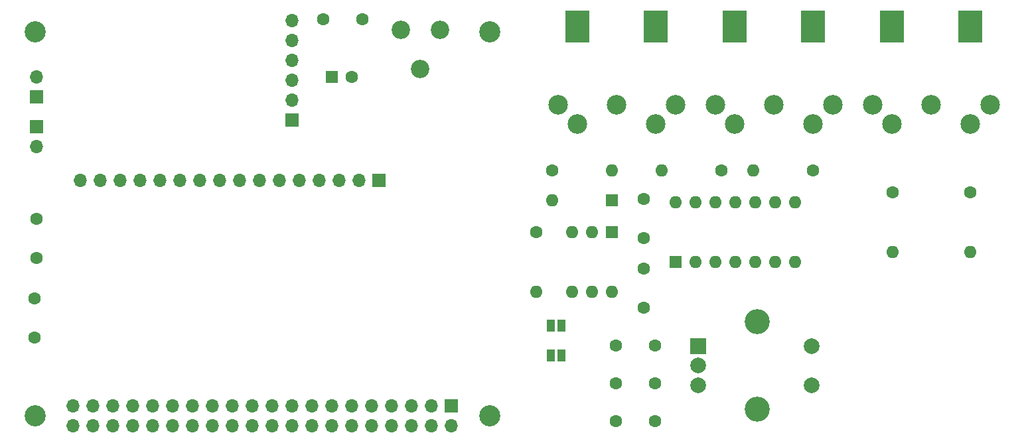
<source format=gts>
G04 #@! TF.GenerationSoftware,KiCad,Pcbnew,(6.0.5)*
G04 #@! TF.CreationDate,2022-07-28T08:19:04+01:00*
G04 #@! TF.ProjectId,RPi-MiniDexed-IOBoard-HD44780,5250692d-4d69-46e6-9944-657865642d49,rev?*
G04 #@! TF.SameCoordinates,Original*
G04 #@! TF.FileFunction,Soldermask,Top*
G04 #@! TF.FilePolarity,Negative*
%FSLAX46Y46*%
G04 Gerber Fmt 4.6, Leading zero omitted, Abs format (unit mm)*
G04 Created by KiCad (PCBNEW (6.0.5)) date 2022-07-28 08:19:04*
%MOMM*%
%LPD*%
G01*
G04 APERTURE LIST*
G04 Aperture macros list*
%AMFreePoly0*
4,1,5,1.500000,-2.000000,-1.500000,-2.000000,-1.500000,2.000000,1.500000,2.000000,1.500000,-2.000000,1.500000,-2.000000,$1*%
G04 Aperture macros list end*
%ADD10C,2.700000*%
%ADD11R,1.600000X1.600000*%
%ADD12C,1.600000*%
%ADD13R,2.000000X2.000000*%
%ADD14C,2.000000*%
%ADD15C,3.200000*%
%ADD16O,1.600000X1.600000*%
%ADD17R,1.700000X1.700000*%
%ADD18O,1.700000X1.700000*%
%ADD19R,1.000000X1.500000*%
%ADD20C,2.340000*%
%ADD21C,2.499360*%
%ADD22FreePoly0,0.000000*%
G04 APERTURE END LIST*
D10*
X219868000Y-133412000D03*
X161868000Y-133412000D03*
X219868000Y-84412000D03*
X161868000Y-84412000D03*
D11*
X199746000Y-90170000D03*
D12*
X202246000Y-90170000D03*
D13*
X246496000Y-124500000D03*
D14*
X246496000Y-129500000D03*
X246496000Y-127000000D03*
D15*
X253996000Y-121400000D03*
X253996000Y-132600000D03*
D14*
X260996000Y-129500000D03*
X260996000Y-124500000D03*
D12*
X225806000Y-109982000D03*
D16*
X225806000Y-117602000D03*
D12*
X241006000Y-134112000D03*
X236006000Y-134112000D03*
X239522000Y-119594000D03*
X239522000Y-114594000D03*
D11*
X235458000Y-105918000D03*
D16*
X227838000Y-105918000D03*
D12*
X227838000Y-102108000D03*
D16*
X235458000Y-102108000D03*
D12*
X241006000Y-129286000D03*
X236006000Y-129286000D03*
X162052000Y-108244000D03*
X162052000Y-113244000D03*
X239522000Y-105704000D03*
X239522000Y-110704000D03*
D17*
X162052000Y-96515000D03*
D18*
X162052000Y-99055000D03*
D11*
X243581000Y-113782000D03*
D16*
X246121000Y-113782000D03*
X248661000Y-113782000D03*
X251201000Y-113782000D03*
X253741000Y-113782000D03*
X256281000Y-113782000D03*
X258821000Y-113782000D03*
X258821000Y-106162000D03*
X256281000Y-106162000D03*
X253741000Y-106162000D03*
X251201000Y-106162000D03*
X248661000Y-106162000D03*
X246121000Y-106162000D03*
X243581000Y-106162000D03*
D12*
X271272000Y-104902000D03*
D16*
X271272000Y-112522000D03*
D11*
X235468000Y-109992000D03*
D16*
X232928000Y-109992000D03*
X230388000Y-109992000D03*
X230388000Y-117612000D03*
X232928000Y-117612000D03*
X235468000Y-117612000D03*
D17*
X205740000Y-103378000D03*
D18*
X203200000Y-103378000D03*
X200660000Y-103378000D03*
X198120000Y-103378000D03*
X195580000Y-103378000D03*
X193040000Y-103378000D03*
X190500000Y-103378000D03*
X187960000Y-103378000D03*
X185420000Y-103378000D03*
X182880000Y-103378000D03*
X180340000Y-103378000D03*
X177800000Y-103378000D03*
X175260000Y-103378000D03*
X172720000Y-103378000D03*
X170180000Y-103378000D03*
X167640000Y-103378000D03*
D19*
X228996000Y-125730000D03*
X227696000Y-125730000D03*
D17*
X194641000Y-95619000D03*
D18*
X194641000Y-93079000D03*
X194641000Y-90539000D03*
X194641000Y-87999000D03*
X194641000Y-85459000D03*
X194641000Y-82919000D03*
D12*
X203668000Y-82804000D03*
X198668000Y-82804000D03*
D19*
X228996000Y-121920000D03*
X227696000Y-121920000D03*
D12*
X161798000Y-118404000D03*
X161798000Y-123404000D03*
X249428000Y-102108000D03*
D16*
X241808000Y-102108000D03*
D17*
X162052000Y-92715000D03*
D18*
X162052000Y-90175000D03*
D12*
X241006000Y-124460000D03*
X236006000Y-124460000D03*
X281178000Y-104902000D03*
D16*
X281178000Y-112522000D03*
D20*
X208534000Y-84114000D03*
X211034000Y-89114000D03*
X213534000Y-84114000D03*
D12*
X261112000Y-102108000D03*
D16*
X253492000Y-102108000D03*
D17*
X214998000Y-132142000D03*
D18*
X214998000Y-134682000D03*
X212458000Y-132142000D03*
X212458000Y-134682000D03*
X209918000Y-132142000D03*
X209918000Y-134682000D03*
X207378000Y-132142000D03*
X207378000Y-134682000D03*
X204838000Y-132142000D03*
X204838000Y-134682000D03*
X202298000Y-132142000D03*
X202298000Y-134682000D03*
X199758000Y-132142000D03*
X199758000Y-134682000D03*
X197218000Y-132142000D03*
X197218000Y-134682000D03*
X194678000Y-132142000D03*
X194678000Y-134682000D03*
X192138000Y-132142000D03*
X192138000Y-134682000D03*
X189598000Y-132142000D03*
X189598000Y-134682000D03*
X187058000Y-132142000D03*
X187058000Y-134682000D03*
X184518000Y-132142000D03*
X184518000Y-134682000D03*
X181978000Y-132142000D03*
X181978000Y-134682000D03*
X179438000Y-132142000D03*
X179438000Y-134682000D03*
X176898000Y-132142000D03*
X176898000Y-134682000D03*
X174358000Y-132142000D03*
X174358000Y-134682000D03*
X171818000Y-132142000D03*
X171818000Y-134682000D03*
X169278000Y-132142000D03*
X169278000Y-134682000D03*
X166738000Y-132142000D03*
X166738000Y-134682000D03*
D21*
X231071820Y-96177100D03*
X241064180Y-96177100D03*
X228569920Y-93675200D03*
X236068000Y-93677740D03*
X243566080Y-93675200D03*
D22*
X231066740Y-83680300D03*
X241069260Y-83680300D03*
X261135260Y-83680300D03*
X251132740Y-83680300D03*
D21*
X263632080Y-93675200D03*
X256134000Y-93677740D03*
X248635920Y-93675200D03*
X261130180Y-96177100D03*
X251137820Y-96177100D03*
D22*
X271198740Y-83680300D03*
X281201260Y-83680300D03*
D21*
X283698080Y-93675200D03*
X276200000Y-93677740D03*
X268701920Y-93675200D03*
X281196180Y-96177100D03*
X271203820Y-96177100D03*
M02*

</source>
